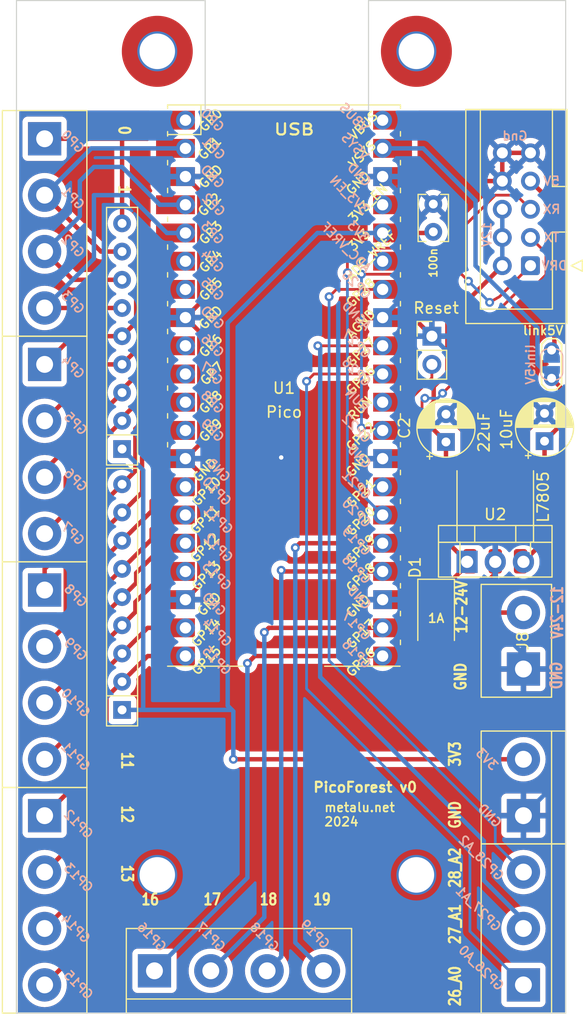
<source format=kicad_pcb>
(kicad_pcb (version 20221018) (generator pcbnew)
  (layers (0 "F.Cu" signal) (31 "B.Cu" signal) (34 "B.Paste" user) (35 "F.Paste" user) (36 "B.SilkS" user "B.Silkscreen") (37 "F.SilkS" user "F.Silkscreen") (38 "B.Mask" user) (39 "F.Mask" user) (44 "Edge.Cuts" user))
  (net 0 "")
  (net 1 "+12V")
  (net 2 "+5V")
  (net 3 "Net-(D1-A)")
  (net 4 "/DRV")
  (net 8 "/TX")
  (net 9 "/RX")
  (net 10 "Net-(J7-Pin_2)")
  (net 11 "Net-(FR1-Pin_7)")
  (net 12 "Net-(J1-Pin_3)")
  (net 13 "Net-(J1-Pin_4)")
  (net 14 "Net-(J1-Pin_1)")
  (net 15 "Net-(J1-Pin_2)")
  (net 16 "Net-(J2-Pin_3)")
  (net 17 "Net-(J2-Pin_4)")
  (net 18 "Net-(J2-Pin_1)")
  (net 19 "Net-(J2-Pin_2)")
  (net 20 "Net-(J3-Pin_3)")
  (net 21 "Net-(J3-Pin_4)")
  (net 22 "Net-(J3-Pin_1)")
  (net 23 "Net-(J3-Pin_2)")
  (net 24 "Net-(J4-Pin_1)")
  (net 25 "Net-(J4-Pin_2)")
  (net 26 "Net-(J5-Pin_1)")
  (net 27 "+3.3V")
  (net 28 "GND")
  (net 29 "Net-(J4-Pin_3)")
  (net 30 "Net-(J4-Pin_4)")
  (net 31 "Net-(J5-Pin_2)")
  (net 32 "Net-(J6-Pin_1)")
  (net 33 "Net-(J6-Pin_2)")
  (net 34 "Net-(J6-Pin_3)")
  (net 35 "Net-(J6-Pin_4)")
  (net 36 "Net-(J5-Pin_3)")
  (footprint "MountingHole:MountingHole_3.2mm_M3_Pad_TopOnly" (layer "F.Cu") (at 150.368 132.334)
    (fp_text reference "H2" hide)
    (fp_text value "MountingHole" hide)
  )
  (footprint "TerminalBlock:TerminalBlock_bornier-2_P5.08mm" (layer "F.Cu") (at 160.02 127 90)
    (fp_text reference "J9" hide)
    (fp_text value "Conn_01x02_Socket" hide)
  )
  (footprint "TerminalBlock:TerminalBlock_bornier-4_P5.08mm" (layer "F.Cu") (at 116.84 127 -90)
    (fp_text reference "J4" hide)
    (fp_text value "Conn_01x04_Socket" hide)
  )
  (footprint "TerminalBlock:TerminalBlock_bornier-4_P5.08mm" (layer "F.Cu") (at 126.746 140.97)
    (fp_text reference "J6" hide)
    (fp_text value "Conn_01x04_Socket" hide)
  )
  (footprint "TerminalBlock:TerminalBlock_bornier-3_P5.08mm" (layer "F.Cu") (at 160.02 142.24 90)
    (fp_text reference "J5" hide)
    (fp_text value "Conn_01x03_Socket" hide)
  )
  (footprint "TerminalBlock:TerminalBlock_bornier-2_P5.08mm" (layer "F.Cu") (at 160.02 113.792 90)
    (fp_text reference "J8")
    (fp_text value "12-24V input" hide)
  )
  (footprint "Resistor_THT:R_Array_SIP9" (layer "F.Cu") (at 123.825 117.475 90)
    (fp_text reference "RN2" hide)
    (fp_text value "R_Network08")
  )
  (footprint "Package_TO_SOT_SMD:TO-252-3_TabPin2" (layer "F.Cu") (at 157.48 99.05 90)
    (fp_text reference "Ubis2" hide)
    (fp_text value "L7805")
  )
  (footprint "TerminalBlock:TerminalBlock_bornier-4_P5.08mm" (layer "F.Cu") (at 116.84 106.68 -90)
    (fp_text reference "J3" hide)
    (fp_text value "Conn_01x04_Socket" hide)
  )
  (footprint "TerminalBlock:TerminalBlock_bornier-4_P5.08mm" (layer "F.Cu") (at 116.84 86.36 -90)
    (fp_text reference "J2" hide)
    (fp_text value "Conn_01x04_Socket" hide)
  )
  (footprint "MountingHole:MountingHole_3.2mm_M3_Pad_TopOnly" (layer "F.Cu") (at 127 132.334)
    (fp_text reference "H1" hide)
    (fp_text value "MountingHole" hide)
  )
  (footprint "MountingHole:MountingHole_3.2mm_M3_Pad_TopOnly" (layer "F.Cu") (at 127 58.166)
    (fp_text reference "H1" hide)
    (fp_text value "MountingHole" hide)
  )
  (footprint "TerminalBlock:TerminalBlock_bornier-4_P5.08mm" (layer "F.Cu") (at 116.84 66.04 -90)
    (fp_text reference "J1" hide)
    (fp_text value "Conn_01x04_Socket" hide)
  )
  (footprint "Capacitor_THT:C_Rect_L4.0mm_W2.5mm_P2.50mm" (layer "F.Cu") (at 151.892 74.422 90)
    (fp_text reference "C1" hide)
    (fp_text value "100n")
  )
  (footprint "Capacitor_THT:CP_Radial_D5.0mm_P2.50mm" (layer "F.Cu") (at 153.035 93.345 90)
    (fp_text reference "C2")
    (fp_text value "22uF")
  )
  (footprint "Connector_PinHeader_2.54mm:PinHeader_1x02_P2.54mm_Vertical" (layer "F.Cu") (at 151.765 83.82)
    (fp_text reference "J7" hide)
    (fp_text value "Reset")
  )
  (footprint "TestPoint:TestPoint_2Pads_Pitch2.54mm_Drill0.8mm" (layer "F.Cu") (at 162.56 87.61 90)
    (fp_text reference "JP2" hide)
    (fp_text value "link5V")
  )
  (footprint "Resistor_THT:R_Array_SIP9" (layer "F.Cu") (at 123.825 93.98 90)
    (fp_text reference "RN1" hide)
    (fp_text value "R_Network08")
  )
  (footprint "MCU_RaspberryPi_and_Boards:RPi_Pico_SMD_TH" (layer "F.Cu") (at 138.43 88.495)
    (fp_text reference "U1")
    (fp_text value "Pico")
  )
  (footprint "Diode_SMD:D_SMA" (layer "F.Cu") (at 152.146 109.22 -90)
    (fp_text reference "D1")
    (fp_text value "1A")
  )
  (footprint "MountingHole:MountingHole_3.2mm_M3_Pad_TopOnly" (layer "F.Cu") (at 150.368 58.166)
    (fp_text reference "H2" hide)
    (fp_text value "MountingHole" hide)
  )
  (footprint "Capacitor_THT:CP_Radial_D5.0mm_P2.50mm" (layer "F.Cu") (at 161.925 93.271369 90)
    (fp_text reference "C3" hide)
    (fp_text value "10uF")
  )
  (footprint "Package_TO_SOT_THT:TO-220-3_Vertical" (layer "F.Cu") (at 154.94 104.14)
    (fp_text reference "U2")
    (fp_text value "L7805" hide)
  )
  (footprint "Connector_IDC:IDC-Header_2x05_P2.54mm_Vertical" (layer "F.Cu") (at 160.655 77.47 180)
    (fp_text reference "FR1" hide)
    (fp_text value "Fraise_5x2" hide)
  )
  (footprint "Jumper:SolderJumper-2_P1.3mm_Open_RoundedPad1.0x1.5mm" (layer "B.Cu") (at 162.56 86.36 90)
    (fp_text reference "JP1" hide)
    (fp_text value "link5V")
  )
  (gr_line (start 114.3 53.594) (end 114.3 63.5) (stroke (width 0.1)) (layer "Edge.Cuts"))
  (gr_line (start 131.318 63.5) (end 131.318 53.594) (stroke (width 0.1)) (layer "Edge.Cuts"))
  (gr_line (start 163.83 144.78) (end 114.3 144.78) (stroke (width 0.1)) (layer "Edge.Cuts"))
  (gr_line (start 146.05 53.594) (end 163.83 53.594) (stroke (width 0.1)) (layer "Edge.Cuts"))
  (gr_line (start 131.318 63.5) (end 146.05 63.5) (stroke (width 0.1)) (layer "Edge.Cuts"))
  (gr_line (start 163.83 63.5) (end 163.83 144.78) (stroke (width 0.1)) (layer "Edge.Cuts"))
  (gr_line (start 146.05 63.5) (end 146.05 53.594) (stroke (width 0.1)) (layer "Edge.Cuts"))
  (gr_line (start 163.83 53.594) (end 163.83 63.5) (stroke (width 0.1)) (layer "Edge.Cuts"))
  (gr_line (start 131.318 53.594) (end 114.3 53.594) (stroke (width 0.1)) (layer "Edge.Cuts"))
  (gr_line (start 114.3 144.78) (end 114.3 63.5) (stroke (width 0.1)) (layer "Edge.Cuts"))
  (gr_text "GP1" (at 119.38 71.374 -45) (layer "B.SilkS") (effects (font (size 0.8 0.8)) (justify mirror)))
  (gr_text "GP14" (at 119.634 137.16 -45) (layer "B.SilkS") (effects (font (size 0.8 0.8)) (justify mirror)))
  (gr_text "GP0" (at 119.38 66.294 -45) (layer "B.SilkS") (effects (font (size 0.8 0.8)) (justify mirror)))
  (gr_text "GP10" (at 119.634 116.84 -45) (layer "B.SilkS") (effects (font (size 0.8 0.8)) (justify mirror)))
  (gr_text "5V" (at 162.56 69.85) (layer "B.SilkS") (effects (font (size 0.8 0.8)) (justify mirror)))
  (gr_text "GP17" (at 131.826 137.922 -45) (layer "B.SilkS") (effects (font (size 0.8 0.8)) (justify mirror)))
  (gr_text "GP5" (at 119.634 91.694 -45) (layer "B.SilkS") (effects (font (size 0.8 0.8)) (justify mirror)))
  (gr_text "GP3" (at 119.38 80.772 -45) (layer "B.SilkS") (effects (font (size 0.8 0.8)) (justify mirror)))
  (gr_text "GP18" (at 136.652 137.922 -45) (layer "B.SilkS") (effects (font (size 0.8 0.8)) (justify mirror)))
  (gr_text "GP8" (at 119.634 107.188 -45) (layer "B.SilkS") (effects (font (size 0.8 0.8)) (justify mirror)))
  (gr_text "GP7" (at 119.38 101.6 -45) (layer "B.SilkS") (effects (font (size 0.8 0.8)) (justify mirror)))
  (gr_text "GP12" (at 119.888 127.762 -45) (layer "B.SilkS") (effects (font (size 0.8 0.8)) (justify mirror)))
  (gr_text "Gnd" (at 159.258 65.786) (layer "B.SilkS") (effects (font (size 0.8 0.8)) (justify mirror)))
  (gr_text "TX" (at 162.56 74.93) (layer "B.SilkS") (effects (font (size 0.8 0.8)) (justify mirror)))
  (gr_text "12V" (at 156.718 74.676 90) (layer "B.SilkS") (effects (font (size 0.8 0.8)) (justify mirror)))
  (gr_text "RX" (at 162.56 72.39) (layer "B.SilkS") (effects (font (size 0.8 0.8)) (justify mirror)))
  (gr_text "GP16" (at 126.492 137.922 -45) (layer "B.SilkS") (effects (font (size 0.8 0.8)) (justify mirror)))
  (gr_text "GP2" (at 119.38 75.692 -45) (layer "B.SilkS") (effects (font (size 0.8 0.8)) (justify mirror)))
  (gr_text "GP15" (at 119.888 142.24 -45) (layer "B.SilkS") (effects (font (size 0.8 0.8)) (justify mirror)))
  (gr_text "GP27_A1" (at 155.956 135.382 315) (layer "B.SilkS") (effects (font (size 0.8 0.8)) (justify mirror)))
  (gr_text "GP19" (at 141.224 137.668 -45) (layer "B.SilkS") (effects (font (size 0.8 0.8)) (justify mirror)))
  (gr_text "DRV" (at 162.814 77.47) (layer "B.SilkS") (effects (font (size 0.8 0.8)) (justify mirror)))
  (gr_text "3V3" (at 156.718 121.92 -45) (layer "B.SilkS") (effects (font (size 0.8 0.8)) (justify mirror)))
  (gr_text "GP13" (at 119.888 132.588 -45) (layer "B.SilkS") (effects (font (size 0.8 0.8)) (justify mirror)))
  (gr_text "GP11" (at 119.634 121.666 -45) (layer "B.SilkS") (effects (font (size 0.8 0.8)) (justify mirror)))
  (gr_text "GP28_A2" (at 156.21 130.81 315) (layer "B.SilkS") (effects (font (size 0.8 0.8)) (justify mirror)))
  (gr_text "GP9" (at 119.634 112.014 -45) (layer "B.SilkS") (effects (font (size 0.8 0.8)) (justify mirror)))
  (gr_text "GND" (at 163.576 113.03 90) (layer "B.SilkS") (effects (font (size 1 0.8) (thickness 0.2) bold) (justify left bottom mirror)))
  (gr_text "12-24V" (at 163.068 108.712 90) (layer "B.SilkS") (effects (font (size 1 0.8) (thickness 0.2) bold) (justify mirror)))
  (gr_text "GND" (at 156.972 127 -45) (layer "B.SilkS") (effects (font (size 0.8 0.8)) (justify mirror)))
  (gr_text "GP6" (at 119.634 96.774 -45) (layer "B.SilkS") (effects (font (size 0.8 0.8)) (justify mirror)))
  (gr_text "GP4" (at 119.38 86.614 -45) (layer "B.SilkS") (effects (font (size 0.8 0.8)) (justify mirror)))
  (gr_text "GP26_A0" (at 156.21 140.716 315) (layer "B.SilkS") (effects (font (size 0.8 0.8)) (justify mirror)))
  (gr_text "3V3\n" (at 154.432 122.682 90) (layer "F.SilkS") (effects (font (size 1 0.8) (thickness 0.2) bold) (justify left bottom)))
  (gr_text "27_A1" (at 154.432 138.684 90) (layer "F.SilkS") (effects (font (size 1 0.8) (thickness 0.2) bold) (justify left bottom)))
  (gr_text "1" (at 123.444 70.104 270) (layer "F.SilkS") (effects (font (size 1 0.8) (thickness 0.2) bold) (justify left bottom)))
  (gr_text "28_A2" (at 154.432 133.604 90) (layer "F.SilkS") (effects (font (size 1 0.8) (thickness 0.2) bold) (justify left bottom)))
  (gr_text "0" (at 123.444 64.77 270) (layer "F.SilkS") (effects (font (size 1 0.8) (thickness 0.2) bold) (justify left bottom)))
  (gr_text "18" (at 136.144 135.128) (layer "F.SilkS") (effects (font (size 1 0.8) (thickness 0.2) bold) (justify left bottom)))
  (gr_text "11" (at 123.698 121.158 270) (layer "F.SilkS") (effects (font (size 1 0.8) (thickness 0.2) bold) (justify left bottom)))
  (gr_text "26_A0" (at 154.432 144.272 90) (layer "F.SilkS") (effects (font (size 1 0.8) (thickness 0.2) bold) (justify left bottom)))
  (gr_text "13" (at 123.698 131.318 270) (layer "F.SilkS") (effects (font (size 1 0.8) (thickness 0.2) bold) (justify left bottom)))
  (gr_text "PicoForest v0" (at 140.97 124.968) (layer "F.SilkS") (effects (font (size 0.9 0.9) (thickness 0.2) bold) (justify left bottom)))
  (gr_text "12-24V" (at 154.432 108.204 90) (layer "F.SilkS") (effects (font (size 1 0.8) (thickness 0.2) bold)))
  (gr_text "12" (at 123.698 125.984 270) (layer "F.SilkS") (effects (font (size 1 0.8) (thickness 0.2) bold) (justify left bottom)))
  (gr_text "GND" (at 154.94 115.824 90) (layer "F.SilkS") (effects (font (size 1 0.8) (thickness 0.2) bold) (justify left bottom)))
  (gr_text "17" (at 131.064 135.128) (layer "F.SilkS") (effects (font (size 1 0.8) (thickness 0.2) bold) (justify left bottom)))
  (gr_text "16" (at 125.476 135.128) (layer "F.SilkS") (effects (font (size 1 0.8) (thickness 0.2) bold) (justify left bottom)))
  (gr_text "19" (at 140.97 135.128) (layer "F.SilkS") (effects (font (size 1 0.8) (thickness 0.2) bold) (justify left bottom)))
  (gr_text "GND" (at 154.432 128.27 90) (layer "F.SilkS") (effects (font (size 1 0.8) (thickness 0.2) bold) (justify left bottom)))
  (gr_text "metalu.net\n2024" (at 141.986 128.016) (layer "F.SilkS") (effects (font (size 0.8 0.8) (thickness 0.15) bold) (justify left bottom)))
  (gr_text "USB" (at 137.414 65.786) (layer "F.SilkS") (effects (font (size 1 1.2) (thickness 0.2) bold) (justify left bottom)))
  (segment (start 151.638 91.948) (end 153.035 93.345) (width 0.4) (layer "F.Cu") (net 1))
  (segment (start 153.035 102.235) (end 154.94 104.14) (width 0.4) (layer "F.Cu") (net 1))
  (segment (start 152.146 107.22) (end 154.94 104.426) (width 0.4) (layer "F.Cu") (net 1))
  (segment (start 151.93 88.354) (end 151.93 89.739371) (width 0.4) (layer "F.Cu") (net 1))
  (segment (start 153.162 82.423) (end 153.162 87.122) (width 0.4) (layer "F.Cu") (net 1))
  (segment (start 158.115 77.47) (end 153.162 82.423) (width 0.4) (layer "F.Cu") (net 1))
  (segment (start 154.94 104.426) (end 154.94 104.14) (width 0.4) (layer "F.Cu") (net 1))
  (segment (start 151.93 89.739371) (end 151.638 90.031371) (width 0.4) (layer "F.Cu") (net 1))
  (segment (start 151.638 90.031371) (end 151.638 91.948) (width 0.4) (layer "F.Cu") (net 1))
  (segment (start 153.162 87.122) (end 151.93 88.354) (width 0.4) (layer "F.Cu") (net 1))
  (segment (start 153.035 93.345) (end 153.035 102.235) (width 0.4) (layer "F.Cu") (net 1))
  (segment (start 158.115 74.93) (end 158.115 72.39) (width 0.4) (layer "B.Cu") (net 1))
  (segment (start 158.115 77.47) (end 158.115 74.93) (width 0.4) (layer "B.Cu") (net 1))
  (segment (start 163.322 88.372) (end 163.322 91.874369) (width 0.4) (layer "F.Cu") (net 2))
  (segment (start 163.322 91.874369) (end 161.925 93.271369) (width 0.4) (layer "F.Cu") (net 2))
  (segment (start 161.925 93.271369) (end 161.925 102.235) (width 0.4) (layer "F.Cu") (net 2))
  (segment (start 162.56 87.61) (end 163.322 88.372) (width 0.4) (layer "F.Cu") (net 2))
  (segment (start 161.925 102.235) (end 160.02 104.14) (width 0.4) (layer "F.Cu") (net 2))
  (segment (start 150.979 66.905) (end 155.702 71.628) (width 0.4) (layer "B.Cu") (net 2))
  (segment (start 161.29 86.34) (end 162.56 87.61) (width 0.4) (layer "B.Cu") (net 2))
  (segment (start 161.29 83.058) (end 161.29 86.34) (width 0.4) (layer "B.Cu") (net 2))
  (segment (start 155.702 77.47) (end 161.29 83.058) (width 0.4) (layer "B.Cu") (net 2))
  (segment (start 147.32 66.905) (end 150.979 66.905) (width 0.4) (layer "B.Cu") (net 2))
  (segment (start 155.702 71.628) (end 155.702 77.47) (width 0.4) (layer "B.Cu") (net 2))
  (segment (start 157.226 108.712) (end 160.02 108.712) (width 0.4) (layer "F.Cu") (net 3))
  (segment (start 152.146 111.22) (end 154.718 111.22) (width 0.4) (layer "F.Cu") (net 3))
  (segment (start 154.718 111.22) (end 157.226 108.712) (width 0.4) (layer "F.Cu") (net 3))
  (segment (start 157.861 80.264) (end 160.655 77.47) (width 0.25) (layer "F.Cu") (net 4))
  (segment (start 145.415 92.075) (end 147.09 92.075) (width 0.25) (layer "F.Cu") (net 4))
  (segment (start 147.09 92.075) (end 147.32 92.305) (width 0.25) (layer "F.Cu") (net 4))
  (segment (start 145.415 78.24) (end 154.44 78.24) (width 0.25) (layer "F.Cu") (net 4))
  (segment (start 156.972 80.772) (end 157.861 80.264) (width 0.25) (layer "F.Cu") (net 4))
  (segment (start 154.44 78.24) (end 155.067 78.867) (width 0.25) (layer "F.Cu") (net 4))
  (via (at 145.415 92.075) (size 0.8) (drill 0.4) (layers "F.Cu" "B.Cu") (net 4))
  (via (at 155.067 78.867) (size 0.8) (drill 0.4) (layers "F.Cu" "B.Cu") (net 4))
  (via (at 156.972 80.772) (size 0.8) (drill 0.4) (layers "F.Cu" "B.Cu") (net 4))
  (via (at 145.415 78.24) (size 0.8) (drill 0.4) (layers "F.Cu" "B.Cu") (net 4))
  (segment (start 145.415 78.24) (end 145.415 92.075) (width 0.25) (layer "B.Cu") (net 4))
  (segment (start 155.067 78.867) (end 156.972 80.772) (width 0.25) (layer "B.Cu") (net 4))
  (segment (start 162.052 78.28955) (end 162.052 76.327) (width 0.25) (layer "F.Cu") (net 8))
  (segment (start 152.73 88.960307) (end 153.924 87.766307) (width 0.25) (layer "F.Cu") (net 8))
  (segment (start 162.052 76.327) (end 160.655 74.93) (width 0.25) (layer "F.Cu") (net 8))
  (segment (start 150.876 95.439) (end 148.93 97.385) (width 0.25) (layer "F.Cu") (net 8))
  (segment (start 153.924 85.344) (end 160.274 78.994) (width 0.25) (layer "F.Cu") (net 8))
  (segment (start 151.13 89.408) (end 150.876 89.662) (width 0.25) (layer "F.Cu") (net 8))
  (segment (start 161.34755 78.994) (end 162.052 78.28955) (width 0.25) (layer "F.Cu") (net 8))
  (segment (start 153.924 87.766307) (end 153.924 85.344) (width 0.25) (layer "F.Cu") (net 8))
  (segment (start 150.876 89.662) (end 150.876 95.439) (width 0.25) (layer "F.Cu") (net 8))
  (segment (start 160.274 78.994) (end 161.34755 78.994) (width 0.25) (layer "F.Cu") (net 8))
  (segment (start 148.93 97.385) (end 147.32 97.385) (width 0.25) (layer "F.Cu") (net 8))
  (via (at 151.13 89.408) (size 0.8) (drill 0.4) (layers "F.Cu" "B.Cu") (net 8))
  (via (at 152.73 88.960307) (size 0.8) (drill 0.4) (layers "F.Cu" "B.Cu") (net 8))
  (segment (start 152.282307 89.408) (end 151.13 89.408) (width 0.25) (layer "B.Cu") (net 8))
  (segment (start 152.73 88.960307) (end 152.282307 89.408) (width 0.25) (layer "B.Cu") (net 8))
  (segment (start 157.48 71.12) (end 159.385 71.12) (width 0.25) (layer "F.Cu") (net 9))
  (segment (start 159.385 71.12) (end 160.655 72.39) (width 0.25) (layer "F.Cu") (net 9))
  (segment (start 144.145 76.835) (end 145.09 75.89) (width 0.25) (layer "F.Cu") (net 9))
  (segment (start 152.71 75.89) (end 157.48 71.12) (width 0.25) (layer "F.Cu") (net 9))
  (segment (start 144.145 78.105) (end 144.145 76.835) (width 0.25) (layer "F.Cu") (net 9))
  (segment (start 145.09 75.89) (end 152.71 75.89) (width 0.25) (layer "F.Cu") (net 9))
  (via (at 144.145 78.105) (size 0.8) (drill 0.4) (layers "F.Cu" "B.Cu") (net 9))
  (segment (start 144.145 78.105) (end 144.145 96.75) (width 0.25) (layer "B.Cu") (net 9))
  (segment (start 144.145 96.75) (end 147.32 99.925) (width 0.25) (layer "B.Cu") (net 9))
  (segment (start 151.765 87.562081) (end 149.562081 89.765) (width 0.25) (layer "F.Cu") (net 10))
  (segment (start 151.765 86.36) (end 151.765 87.562081) (width 0.25) (layer "F.Cu") (net 10))
  (segment (start 149.562081 89.765) (end 147.32 89.765) (width 0.25) (layer "F.Cu") (net 10))
  (segment (start 160.655 69.85) (end 162.814 72.009) (width 0.4) (layer "F.Cu") (net 11))
  (segment (start 162.814 72.009) (end 162.814 84.816) (width 0.4) (layer "F.Cu") (net 11))
  (segment (start 162.814 84.816) (end 162.56 85.07) (width 0.4) (layer "F.Cu") (net 11))
  (segment (start 123.825 78.74) (end 119.38 78.74) (width 0.4) (layer "F.Cu") (net 12))
  (segment (start 119.38 78.74) (end 116.84 76.2) (width 0.4) (layer "F.Cu") (net 12))
  (segment (start 121.285 68.58) (end 120.015 69.85) (width 0.4) (layer "B.Cu") (net 12))
  (segment (start 129.54 71.985) (end 127.23 71.985) (width 0.4) (layer "B.Cu") (net 12))
  (segment (start 123.825 68.58) (end 121.285 68.58) (width 0.4) (layer "B.Cu") (net 12))
  (segment (start 120.015 73.025) (end 116.84 76.2) (width 0.4) (layer "B.Cu") (net 12))
  (segment (start 127.23 71.985) (end 123.825 68.58) (width 0.4) (layer "B.Cu") (net 12))
  (segment (start 120.015 69.85) (end 120.015 73.025) (width 0.4) (layer "B.Cu") (net 12))
  (segment (start 116.84 81.28) (end 123.825 81.28) (width 0.4) (layer "F.Cu") (net 13))
  (segment (start 121.285 76.835) (end 116.84 81.28) (width 0.4) (layer "B.Cu") (net 13))
  (segment (start 129.54 74.525) (end 127.865 74.525) (width 0.4) (layer "B.Cu") (net 13))
  (segment (start 127.865 74.525) (end 124.46 71.12) (width 0.4) (layer "B.Cu") (net 13))
  (segment (start 124.46 71.12) (end 121.285 71.12) (width 0.4) (layer "B.Cu") (net 13))
  (segment (start 121.285 71.12) (end 121.285 76.835) (width 0.4) (layer "B.Cu") (net 13))
  (segment (start 123.825 66.04) (end 123.825 73.66) (width 0.4) (layer "F.Cu") (net 14))
  (segment (start 126.105 66.04) (end 123.825 66.04) (width 0.4) (layer "F.Cu") (net 14))
  (segment (start 123.825 66.04) (end 116.84 66.04) (width 0.4) (layer "F.Cu") (net 14))
  (segment (start 127.78 64.365) (end 126.105 66.04) (width 0.4) (layer "F.Cu") (net 14))
  (segment (start 129.54 64.365) (end 127.78 64.365) (width 0.4) (layer "F.Cu") (net 14))
  (segment (start 121.92 76.2) (end 116.84 71.12) (width 0.4) (layer "F.Cu") (net 15))
  (segment (start 123.825 76.2) (end 121.92 76.2) (width 0.4) (layer "F.Cu") (net 15))
  (segment (start 121.055 66.905) (end 116.84 71.12) (width 0.4) (layer "B.Cu") (net 15))
  (segment (start 129.54 66.905) (end 121.055 66.905) (width 0.4) (layer "B.Cu") (net 15))
  (segment (start 127.78 84.685) (end 123.825 88.64) (width 0.4) (layer "F.Cu") (net 16))
  (segment (start 123.825 88.9) (end 116.84 95.885) (width 0.4) (layer "F.Cu") (net 16))
  (segment (start 129.54 84.685) (end 127.78 84.685) (width 0.4) (layer "F.Cu") (net 16))
  (segment (start 123.825 88.64) (end 123.825 88.9) (width 0.4) (layer "F.Cu") (net 16))
  (segment (start 116.84 95.885) (end 116.84 96.52) (width 0.4) (layer "F.Cu") (net 16))
  (segment (start 129.54 87.225) (end 127.78 87.225) (width 0.4) (layer "F.Cu") (net 17))
  (segment (start 123.825 91.18) (end 123.825 91.44) (width 0.4) (layer "F.Cu") (net 17))
  (segment (start 118.74 96.525) (end 118.74 99.7) (width 0.4) (layer "F.Cu") (net 17))
  (segment (start 118.74 99.7) (end 116.84 101.6) (width 0.4) (layer "F.Cu") (net 17))
  (segment (start 123.825 91.44) (end 118.74 96.525) (width 0.4) (layer "F.Cu") (net 17))
  (segment (start 127.78 87.225) (end 123.825 91.18) (width 0.4) (layer "F.Cu") (net 17))
  (segment (start 119.38 83.82) (end 116.84 86.36) (width 0.4) (layer "F.Cu") (net 18))
  (segment (start 129.54 77.065) (end 127.78 77.065) (width 0.4) (layer "F.Cu") (net 18))
  (segment (start 125.095 79.75) (end 125.095 82.55) (width 0.4) (layer "F.Cu") (net 18))
  (segment (start 123.825 83.82) (end 119.38 83.82) (width 0.4) (layer "F.Cu") (net 18))
  (segment (start 127.78 77.065) (end 125.095 79.75) (width 0.4) (layer "F.Cu") (net 18))
  (segment (start 125.095 82.55) (end 123.825 83.82) (width 0.4) (layer "F.Cu") (net 18))
  (segment (start 129.54 79.605) (end 127.78 79.605) (width 0.4) (layer "F.Cu") (net 19))
  (segment (start 121.92 86.36) (end 116.84 91.44) (width 0.4) (layer "F.Cu") (net 19))
  (segment (start 123.825 86.36) (end 121.92 86.36) (width 0.4) (layer "F.Cu") (net 19))
  (segment (start 125.695 81.69) (end 125.695 84.49) (width 0.4) (layer "F.Cu") (net 19))
  (segment (start 125.695 84.49) (end 123.825 86.36) (width 0.4) (layer "F.Cu") (net 19))
  (segment (start 127.78 79.605) (end 125.695 81.69) (width 0.4) (layer "F.Cu") (net 19))
  (segment (start 126.49 98.675) (end 126.49 99.57) (width 0.4) (layer "F.Cu") (net 20))
  (segment (start 123.825 102.235) (end 119.38 106.68) (width 0.4) (layer "F.Cu") (net 20))
  (segment (start 119.38 106.68) (end 119.38 114.3) (width 0.4) (layer "F.Cu") (net 20))
  (segment (start 129.54 97.385) (end 127.78 97.385) (width 0.4) (layer "F.Cu") (net 20))
  (segment (start 127.78 97.385) (end 126.49 98.675) (width 0.4) (layer "F.Cu") (net 20))
  (segment (start 119.38 114.3) (end 116.84 116.84) (width 0.4) (layer "F.Cu") (net 20))
  (segment (start 126.49 99.57) (end 123.825 102.235) (width 0.4) (layer "F.Cu") (net 20))
  (segment (start 123.825 104.775) (end 120.015 108.585) (width 0.4) (layer "F.Cu") (net 21))
  (segment (start 120.015 108.585) (end 120.015 118.745) (width 0.4) (layer "F.Cu") (net 21))
  (segment (start 120.015 118.745) (end 116.84 121.92) (width 0.4) (layer "F.Cu") (net 21))
  (segment (start 126.49 101.215) (end 126.49 102.11) (width 0.4) (layer "F.Cu") (net 21))
  (segment (start 127.78 99.925) (end 126.49 101.215) (width 0.4) (layer "F.Cu") (net 21))
  (segment (start 126.49 102.11) (end 123.825 104.775) (width 0.4) (layer "F.Cu") (net 21))
  (segment (start 129.54 99.925) (end 127.78 99.925) (width 0.4) (layer "F.Cu") (net 21))
  (segment (start 125.025 95.955) (end 123.825 97.155) (width 0.4) (layer "F.Cu") (net 22))
  (segment (start 123.825 97.155) (end 119.38 101.6) (width 0.4) (layer "F.Cu") (net 22))
  (segment (start 127.405 89.765) (end 125.025 92.145) (width 0.4) (layer "F.Cu") (net 22))
  (segment (start 119.38 102.235) (end 116.84 104.775) (width 0.4) (layer "F.Cu") (net 22))
  (segment (start 119.38 101.6) (end 119.38 102.235) (width 0.4) (layer "F.Cu") (net 22))
  (segment (start 125.025 92.145) (end 125.025 95.955) (width 0.4) (layer "F.Cu") (net 22))
  (segment (start 129.54 89.765) (end 127.405 89.765) (width 0.4) (layer "F.Cu") (net 22))
  (segment (start 116.84 104.775) (end 116.84 106.68) (width 0.4) (layer "F.Cu") (net 22))
  (segment (start 127.78 92.305) (end 125.625 94.46) (width 0.4) (layer "F.Cu") (net 23))
  (segment (start 123.825 99.695) (end 118.745 104.775) (width 0.4) (layer "F.Cu") (net 23))
  (segment (start 125.625 97.895) (end 123.825 99.695) (width 0.4) (layer "F.Cu") (net 23))
  (segment (start 129.54 92.305) (end 127.78 92.305) (width 0.4) (layer "F.Cu") (net 23))
  (segment (start 118.745 104.775) (end 118.745 109.855) (width 0.4) (layer "F.Cu") (net 23))
  (segment (start 125.625 94.46) (end 125.625 97.895) (width 0.4) (layer "F.Cu") (net 23))
  (segment (start 118.745 109.855) (end 116.84 111.76) (width 0.4) (layer "F.Cu") (net 23))
  (segment (start 125.095 105.15) (end 125.095 106.045) (width 0.4) (layer "F.Cu") (net 24))
  (segment (start 125.095 106.045) (end 123.825 107.315) (width 0.4) (layer "F.Cu") (net 24))
  (segment (start 127.78 102.465) (end 125.095 105.15) (width 0.4) (layer "F.Cu") (net 24))
  (segment (start 129.54 102.465) (end 127.78 102.465) (width 0.4) (layer "F.Cu") (net 24))
  (segment (start 123.825 107.315) (end 120.615 110.525) (width 0.4) (layer "F.Cu") (net 24))
  (segment (start 120.615 123.225) (end 116.84 127) (width 0.4) (layer "F.Cu") (net 24))
  (segment (start 120.615 110.525) (end 120.615 123.225) (width 0.4) (layer "F.Cu") (net 24))
  (segment (start 123.825 109.855) (end 121.215 112.465) (width 0.4) (layer "F.Cu") (net 25))
  (segment (start 121.215 112.465) (end 121.215 127.705) (width 0.4) (layer "F.Cu") (net 25))
  (segment (start 127.78 105.005) (end 125.025 107.76) (width 0.4) (layer "F.Cu") (net 25))
  (segment (start 125.025 108.655) (end 123.825 109.855) (width 0.4) (layer "F.Cu") (net 25))
  (segment (start 121.215 127.705) (end 116.84 132.08) (width 0.4) (layer "F.Cu") (net 25))
  (segment (start 125.025 107.76) (end 125.025 108.655) (width 0.4) (layer "F.Cu") (net 25))
  (segment (start 129.54 105.005) (end 127.78 105.005) (width 0.4) (layer "F.Cu") (net 25))
  (segment (start 140.462 87.884) (end 141.121 87.225) (width 0.25) (layer "F.Cu") (net 26))
  (segment (start 141.121 87.225) (end 147.32 87.225) (width 0.25) (layer "F.Cu") (net 26))
  (via (at 140.462 87.884) (size 0.8) (drill 0.4) (layers "F.Cu" "B.Cu") (net 26))
  (segment (start 140.462 115.57) (end 155.194 130.302) (width 0.25) (layer "B.Cu") (net 26))
  (segment (start 155.194 137.414) (end 160.02 142.24) (width 0.25) (layer "B.Cu") (net 26))
  (segment (start 155.194 130.302) (end 155.194 137.414) (width 0.25) (layer "B.Cu") (net 26))
  (segment (start 140.462 87.884) (end 140.462 115.57) (width 0.25) (layer "B.Cu") (net 26))
  (segment (start 151.892 74.422) (end 151.789 74.525) (width 0.4) (layer "F.Cu") (net 27))
  (segment (start 151.789 74.525) (end 147.32 74.525) (width 0.4) (layer "F.Cu") (net 27))
  (segment (start 133.858 121.92) (end 160.02 121.92) (width 0.4) (layer "F.Cu") (net 27))
  (via (at 133.858 121.92) (size 0.8) (drill 0.4) (layers "F.Cu" "B.Cu") (net 27))
  (segment (start 133.35 117.094) (end 133.35 86.868) (width 0.4) (layer "B.Cu") (net 27))
  (segment (start 133.858 117.602) (end 133.731 117.475) (width 0.4) (layer "B.Cu") (net 27))
  (segment (start 133.858 121.92) (end 133.858 117.602) (width 0.4) (layer "B.Cu") (net 27))
  (segment (start 141.444315 74.525) (end 147.32 74.525) (width 0.4) (layer "B.Cu") (net 27))
  (segment (start 133.731 117.475) (end 133.35 117.094) (width 0.4) (layer "B.Cu") (net 27))
  (segment (start 133.35 86.868) (end 133.35 82.619315) (width 0.4) (layer "B.Cu") (net 27))
  (segment (start 133.731 117.475) (end 125.73 117.475) (width 0.4) (layer "B.Cu") (net 27))
  (segment (start 123.825 93.98) (end 125.73 95.885) (width 0.4) (layer "B.Cu") (net 27))
  (segment (start 125.73 117.475) (end 123.825 117.475) (width 0.4) (layer "B.Cu") (net 27))
  (segment (start 133.35 82.619315) (end 141.444315 74.525) (width 0.4) (layer "B.Cu") (net 27))
  (segment (start 125.73 95.885) (end 125.73 117.475) (width 0.4) (layer "B.Cu") (net 27))
  (segment (start 158.115 69.85) (end 153.964 69.85) (width 0.4) (layer "F.Cu") (net 28))
  (segment (start 153.45 109.22) (end 157.48 105.19) (width 0.4) (layer "F.Cu") (net 28))
  (segment (start 153.964 69.85) (end 151.892 71.922) (width 0.4) (layer "F.Cu") (net 28))
  (segment (start 130.79 70.695) (end 129.54 69.445) (width 0.4) (layer "F.Cu") (net 28))
  (segment (start 129.54 107.545) (end 130.79 106.295) (width 0.4) (layer "F.Cu") (net 28))
  (segment (start 151.892 71.922) (end 150.475 70.505) (width 0.4) (layer "F.Cu") (net 28))
  (segment (start 157.48 95.216369) (end 157.48 98.435) (width 0.4) (layer "F.Cu") (net 28))
  (segment (start 130.79 83.395) (end 129.54 82.145) (width 0.4) (layer "F.Cu") (net 28))
  (segment (start 130.79 80.895) (end 130.79 70.695) (width 0.4) (layer "F.Cu") (net 28))
  (segment (start 130.79 93.595) (end 130.79 83.395) (width 0.4) (layer "F.Cu") (net 28))
  (segment (start 153.035 90.845) (end 157.48 95.29) (width 0.4) (layer "F.Cu") (net 28))
  (segment (start 157.48 95.29) (end 157.48 98.435) (width 0.4) (layer "F.Cu") (net 28))
  (segment (start 147.32 107.545) (end 149.455 107.545) (width 0.4) (layer "F.Cu") (net 28))
  (segment (start 151.765 83.82) (end 150.09 82.145) (width 0.4) (layer "F.Cu") (net 28))
  (segment (start 151.13 109.22) (end 153.45 109.22) (width 0.4) (layer "F.Cu") (net 28))
  (segment (start 150.475 70.505) (end 148.38 70.505) (width 0.4) (layer "F.Cu") (net 28))
  (segment (start 157.48 105.19) (end 157.48 104.14) (width 0.4) (layer "F.Cu") (net 28))
  (segment (start 147.32 94.845) (end 138.279 94.845) (width 0.4) (layer "F.Cu") (net 28))
  (segment (start 138.279 94.845) (end 138.176 94.742) (width 0.4) (layer "F.Cu") (net 28))
  (segment (start 129.54 94.845) (end 130.79 93.595) (width 0.4) (layer "F.Cu") (net 28))
  (segment (start 161.925 90.771369) (end 157.48 95.216369) (width 0.4) (layer "F.Cu") (net 28))
  (segment (start 138.176 94.742) (end 138.073 94.845) (width 0.4) (layer "F.Cu") (net 28))
  (segment (start 149.455 107.545) (end 151.13 109.22) (width 0.4) (layer "F.Cu") (net 28))
  (segment (start 130.79 96.095) (end 129.54 94.845) (width 0.4) (layer "F.Cu") (net 28))
  (segment (start 130.79 106.295) (end 130.79 96.095) (width 0.4) (layer "F.Cu") (net 28))
  (segment (start 148.38 70.505) (end 147.32 69.445) (width 0.4) (layer "F.Cu") (net 28))
  (segment (start 157.48 104.14) (end 157.48 98.435) (width 0.4) (layer "F.Cu") (net 28))
  (segment (start 160.655 67.31) (end 158.115 67.31) (width 0.4) (layer "F.Cu") (net 28))
  (segment (start 147.32 82.145) (end 129.54 82.145) (width 0.4) (layer "F.Cu") (net 28))
  (segment (start 158.115 67.31) (end 158.115 69.85) (width 0.4) (layer "F.Cu") (net 28))
  (segment (start 129.54 82.145) (end 130.79 80.895) (width 0.4) (layer "F.Cu") (net 28))
  (segment (start 138.073 94.845) (end 129.54 94.845) (width 0.4) (layer "F.Cu") (net 28))
  (segment (start 150.09 82.145) (end 147.32 82.145) (width 0.4) (layer "F.Cu") (net 28))
  (via (at 138.176 94.742) (size 0.8) (drill 0.4) (layers "F.Cu" "B.Cu") (net 28))
  (segment (start 160.02 112.4524) (end 157.48 109.9124) (width 0.4) (layer "B.Cu") (net 28))
  (segment (start 160.02 113.792) (end 160.02 112.4524) (width 0.4) (layer "B.Cu") (net 28))
  (segment (start 147.32 94.845) (end 149.035 94.845) (width 0.4) (layer "B.Cu") (net 28))
  (segment (start 157.48 109.9124) (end 157.48 104.14) (width 0.4) (layer "B.Cu") (net 28))
  (segment (start 149.035 94.845) (end 153.035 90.845) (width 0.4) (layer "B.Cu") (net 28))
  (segment (start 153.834999 90.045001) (end 153.834999 85.889999) (width 0.4) (layer "B.Cu") (net 28))
  (segment (start 153.834999 85.889999) (end 151.765 83.82) (width 0.4) (layer "B.Cu") (net 28))
  (segment (start 147.32 69.445) (end 150.368 72.493) (width 0.4) (layer "B.Cu") (net 28))
  (segment (start 138.176 94.742) (end 138.684 94.742) (width 0.4) (layer "B.Cu") (net 28))
  (segment (start 153.035 90.845) (end 153.834999 90.045001) (width 0.4) (layer "B.Cu") (net 28))
  (segment (start 150.368 72.493) (end 150.368 79.097) (width 0.4) (layer "B.Cu") (net 28))
  (segment (start 161.92 125.1) (end 160.02 127) (width 0.4) (layer "B.Cu") (net 28))
  (segment (start 150.368 79.097) (end 147.32 82.145) (width 0.4) (layer "B.Cu") (net 28))
  (segment (start 121.815 132.185) (end 116.84 137.16) (width 0.4) (layer "F.Cu") (net 29))
  (segment (start 123.825 112.395) (end 121.815 114.405) (width 0.4) (layer "F.Cu") (net 29))
  (segment (start 126.135 110.085) (end 123.825 112.395) (width 0.4) (layer "F.Cu") (net 29))
  (segment (start 121.815 114.405) (end 121.815 132.185) (width 0.4) (layer "F.Cu") (net 29))
  (segment (start 129.54 110.085) (end 126.135 110.085) (width 0.4) (layer "F.Cu") (net 29))
  (segment (start 126.135 112.625) (end 123.825 114.935) (width 0.4) (layer "F.Cu") (net 30))
  (segment (start 122.415 116.345) (end 122.415 136.665) (width 0.4) (layer "F.Cu") (net 30))
  (segment (start 123.825 114.935) (end 122.415 116.345) (width 0.4) (layer "F.Cu") (net 30))
  (segment (start 129.54 112.625) (end 126.135 112.625) (width 0.4) (layer "F.Cu") (net 30))
  (segment (start 122.415 136.665) (end 116.84 142.24) (width 0.4) (layer "F.Cu") (net 30))
  (segment (start 141.478 84.685) (end 147.32 84.685) (width 0.25) (layer "F.Cu") (net 31))
  (via (at 141.478 84.685) (size 0.8) (drill 0.4) (layers "F.Cu" "B.Cu") (net 31))
  (segment (start 141.692843 84.899843) (end 141.478 84.685) (width 0.4) (layer "B.Cu") (net 31))
  (segment (start 156.447 129.269) (end 141.692843 114.514843) (width 0.4) (layer "B.Cu") (net 31))
  (segment (start 141.692843 114.514843) (end 141.692843 84.899843) (width 0.4) (layer "B.Cu") (net 31))
  (segment (start 160.02 137.16) (end 160.02 136.398) (width 0.4) (layer "B.Cu") (net 31))
  (segment (start 156.447 132.825) (end 156.447 129.269) (width 0.4) (layer "B.Cu") (net 31))
  (segment (start 160.02 136.398) (end 156.447 132.825) (width 0.4) (layer "B.Cu") (net 31))
  (segment (start 147.32 112.625) (end 135.787 112.625) (width 0.4) (layer "F.Cu") (net 32))
  (segment (start 135.787 112.625) (end 135.128 113.284) (width 0.4) (layer "F.Cu") (net 32))
  (via (at 135.128 113.284) (size 0.8) (drill 0.4) (layers "F.Cu" "B.Cu") (net 32))
  (segment (start 135.128 132.588) (end 126.746 140.97) (width 0.4) (layer "B.Cu") (net 32))
  (segment (start 135.128 113.284) (end 135.128 132.588) (width 0.4) (layer "B.Cu") (net 32))
  (segment (start 137.057 110.085) (end 147.32 110.085) (width 0.4) (layer "F.Cu") (net 33))
  (segment (start 136.652 110.49) (end 137.057 110.085) (width 0.4) (layer "F.Cu") (net 33))
  (via (at 136.652 110.49) (size 0.8) (drill 0.4) (layers "F.Cu" "B.Cu") (net 33))
  (segment (start 136.652 110.49) (end 136.652 136.144) (width 0.4) (layer "B.Cu") (net 33))
  (segment (start 136.652 136.144) (end 131.826 140.97) (width 0.4) (layer "B.Cu") (net 33))
  (segment (start 138.279 105.005) (end 147.32 105.005) (width 0.4) (layer "F.Cu") (net 34))
  (segment (start 138.176 104.902) (end 138.279 105.005) (width 0.4) (layer "F.Cu") (net 34))
  (via (at 138.176 104.902) (size 0.8) (drill 0.4) (layers "F.Cu" "B.Cu") (net 34))
  (segment (start 138.176 139.7) (end 138.176 104.902) (width 0.4) (layer "B.Cu") (net 34))
  (segment (start 136.906 140.97) (end 138.176 139.7) (width 0.4) (layer "B.Cu") (net 34))
  (segment (start 139.851 102.465) (end 147.32 102.465) (width 0.4) (layer "F.Cu") (net 35))
  (segment (start 139.446 102.87) (end 139.851 102.465) (width 0.4) (layer "F.Cu") (net 35))
  (via (at 139.446 102.87) (size 0.8) (drill 0.4) (layers "F.Cu" "B.Cu") (net 35))
  (segment (start 139.446 138.43) (end 141.986 140.97) (width 0.4) (layer "B.Cu") (net 35))
  (segment (start 139.446 102.87) (end 139.446 138.43) (width 0.4) (layer "B.Cu") (net 35))
  (segment (start 143.153 79.605) (end 147.32 79.605) (width 0.25) (layer "F.Cu") (net 36))
  (segment (start 142.494 80.264) (end 143.153 79.605) (width 0.25) (layer "F.Cu") (net 36))
  (via (at 142.494 80.264) (size 0.8) (drill 0.4) (layers "F.Cu" "B.Cu") (net 36))
  (segment (start 142.494 113.03) (end 157.48 128.016) (width 0.25) (layer "B.Cu") (net 36))
  (segment (start 142.494 80.264) (end 142.494 113.03) (width 0.25) (layer "B.Cu") (net 36))
  (segment (start 157.48 129.54) (end 160.02 132.08) (width 0.25) (layer "B.Cu") (net 36))
  (segment (start 157.48 128.016) (end 157.48 129.54) (width 0.25) (layer "B.Cu") (net 36))
  (zone (net 28) (net_name "GND") (layers "F&B.Cu") (connect_pads (clearance 0.5)) (min_thickness 0.25) (fill yes (thermal_gap 0.5) (thermal_bridge_width 0.5))
    (polygon (pts (xy 114.554 63.5) (xy 164.084 63.5) (xy 164.211 145.796) (xy 114.427 145.796)))
  )
)
</source>
